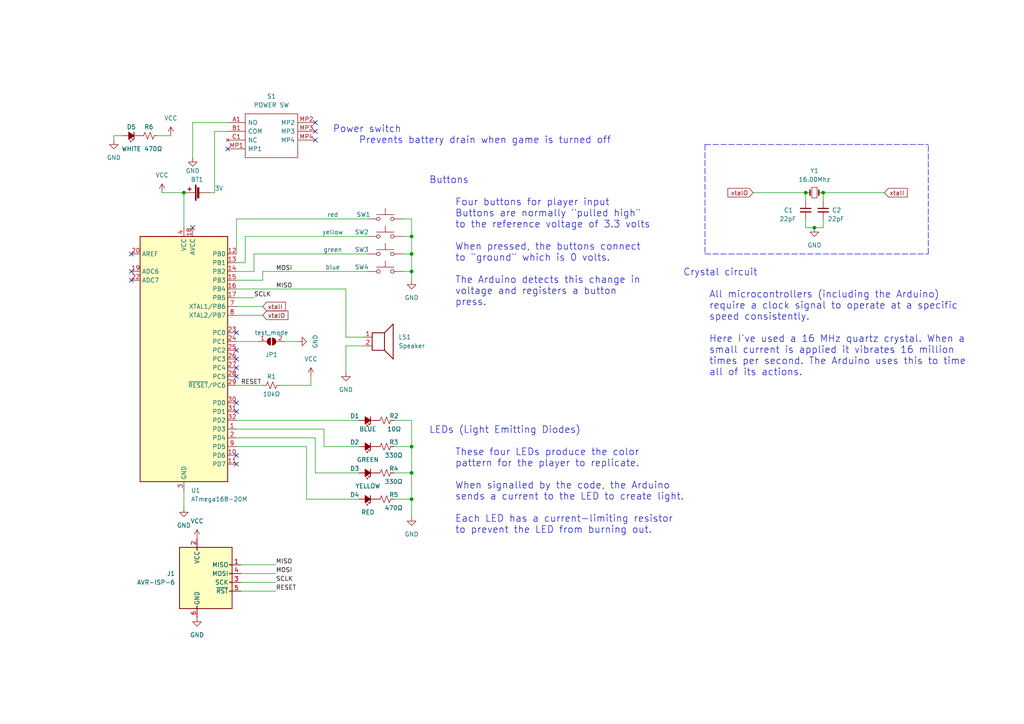
<source format=kicad_sch>
(kicad_sch (version 20211123) (generator eeschema)
  (paper "A4")
  (title_block (title "Simon Game") (date "2022-03-24") (company "by MIke Fischthal"))
  (lib_symbols
    (symbol "Connector:AVR-ISP-6" (pin_names (offset 1.016))
      (property "Reference" "J" (at -6.35 11.43 0))
      (property "Value" "AVR-ISP-6" (at 0 11.43 0))
      (symbol "AVR-ISP-6_0_1"
        (rectangle (start -2.667 -6.858) (end -2.413 -7.62))
        (rectangle (start -2.667 10.16) (end -2.413 9.398))
        (rectangle (start 7.62 -2.413) (end 6.858 -2.667))
        (rectangle (start 7.62 0.127) (end 6.858 -0.127))
        (rectangle (start 7.62 2.667) (end 6.858 2.413))
        (rectangle (start 7.62 5.207) (end 6.858 4.953))
        (rectangle (start 7.62 10.16) (end -7.62 -7.62) (stroke (width 0.254)) (fill (type background)))
      )
      (symbol "AVR-ISP-6_1_1"
        (pin passive line (at 10.16 5.08 180) (length 2.54) (name "MISO") (number "1"))
        (pin passive line (at -2.54 12.7 270) (length 2.54) (name "VCC") (number "2"))
        (pin passive line (at 10.16 0 180) (length 2.54) (name "SCK") (number "3"))
        (pin passive line (at 10.16 2.54 180) (length 2.54) (name "MOSI") (number "4"))
        (pin passive line (at 10.16 -2.54 180) (length 2.54) (name "~{RST}") (number "5"))
        (pin passive line (at -2.54 -10.16 90) (length 2.54) (name "GND") (number "6"))
      )
    )
    (symbol "Device:Battery_Cell" (pin_numbers hide) (pin_names (offset 0) hide)
      (property "Reference" "BT" (at 2.54 2.54 0))
      (property "Value" "Battery_Cell" (at 2.54 0 0))
      (symbol "Battery_Cell_0_1"
        (rectangle (start -2.286 1.778) (end 2.286 1.524) (fill (type outline)))
        (rectangle (start -1.5748 1.1938) (end 1.4732 0.6858) (fill (type outline)))
        (polyline (pts (xy 0 0.762) (xy 0 0)))
        (polyline (pts (xy 0 1.778) (xy 0 2.54)))
        (polyline (pts (xy 0.508 3.429) (xy 1.524 3.429)) (stroke (width 0.254)))
        (polyline (pts (xy 1.016 3.937) (xy 1.016 2.921)) (stroke (width 0.254)))
      )
      (symbol "Battery_Cell_1_1"
        (pin passive line (at 0 5.08 270) (length 2.54) (name "+") (number "1"))
        (pin passive line (at 0 -2.54 90) (length 2.54) (name "-") (number "2"))
      )
    )
    (symbol "Device:C_Small" (pin_numbers hide) (pin_names (offset 0.254) hide)
      (property "Reference" "C" (at 0.254 1.778 0))
      (property "Value" "C_Small" (at 0.254 -2.032 0))
      (symbol "C_Small_0_1"
        (polyline (pts (xy -1.524 -0.508) (xy 1.524 -0.508)) (stroke (width 0.3302)))
        (polyline (pts (xy -1.524 0.508) (xy 1.524 0.508)) (stroke (width 0.3048)))
      )
      (symbol "C_Small_1_1"
        (pin passive line (at 0 2.54 270) (length 2.032) (name "~") (number "1"))
        (pin passive line (at 0 -2.54 90) (length 2.032) (name "~") (number "2"))
      )
    )
    (symbol "Device:Crystal_Small" (pin_numbers hide) (pin_names (offset 1.016) hide)
      (property "Reference" "Y" (at 0 2.54 0))
      (property "Value" "Crystal_Small" (at 0 -2.54 0))
      (symbol "Crystal_Small_0_1"
        (rectangle (start -0.762 -1.524) (end 0.762 1.524))
        (polyline (pts (xy -1.27 -0.762) (xy -1.27 0.762)) (stroke (width 0.381)))
        (polyline (pts (xy 1.27 -0.762) (xy 1.27 0.762)) (stroke (width 0.381)))
      )
      (symbol "Crystal_Small_1_1"
        (pin passive line (at -2.54 0 0) (length 1.27) (name "1") (number "1"))
        (pin passive line (at 2.54 0 180) (length 1.27) (name "2") (number "2"))
      )
    )
    (symbol "Device:LED_Small_Filled" (pin_numbers hide) (pin_names (offset 0.254) hide)
      (property "Reference" "D" (at -1.27 3.175 0))
      (property "Value" "LED_Small_Filled" (at -4.445 -2.54 0))
      (symbol "LED_Small_Filled_0_1"
        (polyline (pts (xy -0.762 -1.016) (xy -0.762 1.016)) (stroke (width 0.254)))
        (polyline (pts (xy 1.016 0) (xy -0.762 0)))
        (polyline (pts (xy 0.762 -1.016) (xy -0.762 0) (xy 0.762 1.016) (xy 0.762 -1.016)) (stroke (width 0.254)) (fill (type outline)))
        (polyline (pts (xy 0 0.762) (xy -0.508 1.27) (xy -0.254 1.27) (xy -0.508 1.27) (xy -0.508 1.016)))
        (polyline (pts (xy 0.508 1.27) (xy 0 1.778) (xy 0.254 1.778) (xy 0 1.778) (xy 0 1.524)))
      )
      (symbol "LED_Small_Filled_1_1"
        (pin passive line (at -2.54 0 0) (length 1.778) (name "K") (number "1"))
        (pin passive line (at 2.54 0 180) (length 1.778) (name "A") (number "2"))
      )
    )
    (symbol "Device:R_Small_US" (pin_numbers hide) (pin_names (offset 0.254) hide)
      (property "Reference" "R" (at 0.762 0.508 0))
      (property "Value" "R_Small_US" (at 0.762 -1.016 0))
      (symbol "R_Small_US_1_1"
        (polyline (pts (xy 0 0) (xy 1.016 -0.381) (xy 0 -0.762) (xy -1.016 -1.143) (xy 0 -1.524)))
        (polyline (pts (xy 0 1.524) (xy 1.016 1.143) (xy 0 0.762) (xy -1.016 0.381) (xy 0 0)))
        (pin passive line (at 0 2.54 270) (length 1.016) (name "~") (number "1"))
        (pin passive line (at 0 -2.54 90) (length 1.016) (name "~") (number "2"))
      )
    )
    (symbol "Device:Speaker" (pin_names (offset 0) hide)
      (property "Reference" "LS" (at 1.27 5.715 0))
      (property "Value" "Speaker" (at 1.27 3.81 0))
      (symbol "Speaker_0_0"
        (rectangle (start -2.54 1.27) (end 1.016 -3.81) (stroke (width 0.254)))
        (polyline (pts (xy 1.016 1.27) (xy 3.556 3.81) (xy 3.556 -6.35) (xy 1.016 -3.81)) (stroke (width 0.254)))
      )
      (symbol "Speaker_1_1"
        (pin input line (at -5.08 0 0) (length 2.54) (name "1") (number "1"))
        (pin input line (at -5.08 -2.54 0) (length 2.54) (name "2") (number "2"))
      )
    )
    (symbol "Jumper:SolderJumper_2_Open" (pin_names (offset 0) hide)
      (property "Reference" "JP" (at 0 2.032 0))
      (property "Value" "SolderJumper_2_Open" (at 0 -2.54 0))
      (symbol "SolderJumper_2_Open_0_1"
        (arc (start -0.254 1.016) (mid -1.27 0) (end -0.254 -1.016))
        (arc (start -0.254 1.016) (mid -1.27 0) (end -0.254 -1.016) (fill (type outline)))
        (polyline (pts (xy -0.254 1.016) (xy -0.254 -1.016)))
        (polyline (pts (xy 0.254 1.016) (xy 0.254 -1.016)))
        (arc (start 0.254 -1.016) (mid 1.27 0) (end 0.254 1.016))
        (arc (start 0.254 -1.016) (mid 1.27 0) (end 0.254 1.016) (fill (type outline)))
      )
      (symbol "SolderJumper_2_Open_1_1"
        (pin passive line (at -3.81 0 0) (length 2.54) (name "A") (number "1"))
        (pin passive line (at 3.81 0 180) (length 2.54) (name "B") (number "2"))
      )
    )
    (symbol "MCU_Microchip_ATmega:ATmega168-20M"
      (property "Reference" "U" (at -12.7 36.83 0))
      (property "Value" "ATmega168-20M" (at 2.54 -36.83 0))
      (symbol "ATmega168-20M_0_1"
        (rectangle (start -12.7 -35.56) (end 12.7 35.56) (stroke (width 0.254)) (fill (type background)))
      )
      (symbol "ATmega168-20M_1_1"
        (pin bidirectional line (at 15.24 -20.32 180) (length 2.54) (name "PD3") (number "1"))
        (pin bidirectional line (at 15.24 -27.94 180) (length 2.54) (name "PD6") (number "10"))
        (pin bidirectional line (at 15.24 -30.48 180) (length 2.54) (name "PD7") (number "11"))
        (pin bidirectional line (at 15.24 30.48 180) (length 2.54) (name "PB0") (number "12"))
        (pin bidirectional line (at 15.24 27.94 180) (length 2.54) (name "PB1") (number "13"))
        (pin bidirectional line (at 15.24 25.4 180) (length 2.54) (name "PB2") (number "14"))
        (pin bidirectional line (at 15.24 22.86 180) (length 2.54) (name "PB3") (number "15"))
        (pin bidirectional line (at 15.24 20.32 180) (length 2.54) (name "PB4") (number "16"))
        (pin bidirectional line (at 15.24 17.78 180) (length 2.54) (name "PB5") (number "17"))
        (pin power_in line (at 2.54 38.1 270) (length 2.54) (name "AVCC") (number "18"))
        (pin input line (at -15.24 25.4 0) (length 2.54) (name "ADC6") (number "19"))
        (pin bidirectional line (at 15.24 -22.86 180) (length 2.54) (name "PD4") (number "2"))
        (pin passive line (at -15.24 30.48 0) (length 2.54) (name "AREF") (number "20"))
        (pin passive line (at 0 -38.1 90) (length 2.54) hide (name "GND") (number "21"))
        (pin input line (at -15.24 22.86 0) (length 2.54) (name "ADC7") (number "22"))
        (pin bidirectional line (at 15.24 7.62 180) (length 2.54) (name "PC0") (number "23"))
        (pin bidirectional line (at 15.24 5.08 180) (length 2.54) (name "PC1") (number "24"))
        (pin bidirectional line (at 15.24 2.54 180) (length 2.54) (name "PC2") (number "25"))
        (pin bidirectional line (at 15.24 0 180) (length 2.54) (name "PC3") (number "26"))
        (pin bidirectional line (at 15.24 -2.54 180) (length 2.54) (name "PC4") (number "27"))
        (pin bidirectional line (at 15.24 -5.08 180) (length 2.54) (name "PC5") (number "28"))
        (pin bidirectional line (at 15.24 -7.62 180) (length 2.54) (name "~{RESET}/PC6") (number "29"))
        (pin power_in line (at 0 -38.1 90) (length 2.54) (name "GND") (number "3"))
        (pin bidirectional line (at 15.24 -12.7 180) (length 2.54) (name "PD0") (number "30"))
        (pin bidirectional line (at 15.24 -15.24 180) (length 2.54) (name "PD1") (number "31"))
        (pin bidirectional line (at 15.24 -17.78 180) (length 2.54) (name "PD2") (number "32"))
        (pin passive line (at 0 -38.1 90) (length 2.54) hide (name "GND") (number "33"))
        (pin power_in line (at 0 38.1 270) (length 2.54) (name "VCC") (number "4"))
        (pin passive line (at 0 -38.1 90) (length 2.54) hide (name "GND") (number "5"))
        (pin passive line (at 0 38.1 270) (length 2.54) hide (name "VCC") (number "6"))
        (pin bidirectional line (at 15.24 15.24 180) (length 2.54) (name "XTAL1/PB6") (number "7"))
        (pin bidirectional line (at 15.24 12.7 180) (length 2.54) (name "XTAL2/PB7") (number "8"))
        (pin bidirectional line (at 15.24 -25.4 180) (length 2.54) (name "PD5") (number "9"))
      )
    )
    (symbol "SW_Push_1" (pin_numbers hide) (pin_names (offset 1.016) hide)
      (property "Reference" "SW1" (at -6.35 1.27 0))
      (property "Value" "SW_Push_1" (at -15.24 1.27 0))
      (symbol "SW_Push_1_0_1"
        (circle (center -2.032 0) (radius 0.508))
        (polyline (pts (xy 0 1.27) (xy 0 3.048)))
        (polyline (pts (xy 2.54 1.27) (xy -2.54 1.27)))
        (circle (center 2.032 0) (radius 0.508))
        (pin passive line (at -5.08 0 0) (length 2.54) (name "1") (number "1"))
        (pin passive line (at 5.08 0 180) (length 2.54) (name "2") (number "4"))
      )
    )
    (symbol "SW_Push_2" (pin_numbers hide) (pin_names (offset 1.016) hide)
      (property "Reference" "SW2" (at -8.89 1.27 0))
      (property "Value" "SW_Push_2" (at -15.24 -3.81 0))
      (symbol "SW_Push_2_0_1"
        (circle (center -2.032 0) (radius 0.508))
        (polyline (pts (xy 0 1.27) (xy 0 3.048)))
        (polyline (pts (xy 2.54 1.27) (xy -2.54 1.27)))
        (circle (center 2.032 0) (radius 0.508))
        (pin passive line (at -5.08 0 0) (length 2.54) (name "1") (number "1"))
        (pin passive line (at 5.08 0 180) (length 2.54) (name "2") (number "4"))
      )
    )
    (symbol "SW_Push_3" (pin_numbers hide) (pin_names (offset 1.016) hide)
      (property "Reference" "SW3" (at -8.89 1.27 0))
      (property "Value" "SW_Push_3" (at -15.24 6.35 0))
      (symbol "SW_Push_3_0_1"
        (circle (center -2.032 0) (radius 0.508))
        (polyline (pts (xy 0 1.27) (xy 0 3.048)))
        (polyline (pts (xy 2.54 1.27) (xy -2.54 1.27)))
        (circle (center 2.032 0) (radius 0.508))
        (pin passive line (at -5.08 0 0) (length 2.54) (name "1") (number "1"))
        (pin passive line (at 5.08 0 180) (length 2.54) (name "2") (number "4"))
      )
    )
    (symbol "SamacSys_Parts:MSS3-V-T_R" (pin_names (offset 0.762))
      (property "Reference" "S" (at 21.59 7.62 0))
      (property "Value" "MSS3-V-T_R" (at 21.59 5.08 0))
      (symbol "MSS3-V-T_R_0_0"
        (pin passive line (at 0 0 0) (length 5.08) (name "NO") (number "A1"))
        (pin passive line (at 0 -2.54 0) (length 5.08) (name "COM") (number "B1"))
        (pin no_connect line (at 0 -5.08 0) (length 5.08) (name "NC") (number "C1"))
        (pin passive line (at 0 -7.62 0) (length 5.08) (name "MP1") (number "MP1"))
        (pin passive line (at 25.4 0 180) (length 5.08) (name "MP2") (number "MP2"))
        (pin passive line (at 25.4 -2.54 180) (length 5.08) (name "MP3") (number "MP3"))
        (pin passive line (at 25.4 -5.08 180) (length 5.08) (name "MP4") (number "MP4"))
      )
      (symbol "MSS3-V-T_R_0_1"
        (polyline (pts (xy 5.08 2.54) (xy 20.32 2.54) (xy 20.32 -10.16) (xy 5.08 -10.16) (xy 5.08 2.54)) (stroke (width 0.1524)))
      )
    )
    (symbol "Switch:SW_Push" (pin_numbers hide) (pin_names (offset 1.016) hide)
      (property "Reference" "SW4" (at -8.89 1.27 0))
      (property "Value" "blue" (at -15.24 1.27 0))
      (symbol "SW_Push_0_1"
        (circle (center -2.032 0) (radius 0.508))
        (polyline (pts (xy 0 1.27) (xy 0 3.048)))
        (polyline (pts (xy 2.54 1.27) (xy -2.54 1.27)))
        (circle (center 2.032 0) (radius 0.508))
        (pin passive line (at -5.08 0 0) (length 2.54) (name "1") (number "1"))
        (pin passive line (at 5.08 0 180) (length 2.54) (name "2") (number "4"))
      )
    )
    (symbol "power:GND" (power) (pin_names (offset 0))
      (property "Value" "GND" (at 0 -3.81 0))
      (symbol "GND_0_1"
        (polyline (pts (xy 0 0) (xy 0 -1.27) (xy 1.27 -1.27) (xy 0 -2.54) (xy -1.27 -1.27) (xy 0 -1.27)))
      )
      (symbol "GND_1_1"
        (pin power_in line (at 0 0 270) (length 0) hide (name "GND") (number "1"))
      )
    )
    (symbol "power:VCC" (power) (pin_names (offset 0))
      (property "Value" "VCC" (at 0 3.81 0))
      (symbol "VCC_0_1"
        (polyline (pts (xy -0.762 1.27) (xy 0 2.54)))
        (polyline (pts (xy 0 0) (xy 0 2.54)))
        (polyline (pts (xy 0 2.54) (xy 0.762 1.27)))
      )
      (symbol "VCC_1_1"
        (pin power_in line (at 0 0 90) (length 0) hide (name "VCC") (number "1"))
      )
    )
  )
  (junction (at 119.38 144.78))
  (junction (at 238.76 55.88))
  (junction (at 233.68 55.88))
  (junction (at 53.34 55.88))
  (junction (at 119.38 137.16))
  (junction (at 119.38 73.66))
  (junction (at 119.38 129.54))
  (junction (at 119.38 78.74))
  (junction (at 236.22 66.04))
  (junction (at 119.38 68.58))
  (no_connect (at 91.44 35.56))
  (no_connect (at 91.44 38.1))
  (no_connect (at 91.44 40.64))
  (no_connect (at 66.04 43.18))
  (no_connect (at 68.58 132.08))
  (no_connect (at 68.58 104.14))
  (no_connect (at 68.58 106.68))
  (no_connect (at 68.58 109.22))
  (no_connect (at 68.58 116.84))
  (no_connect (at 68.58 119.38))
  (no_connect (at 68.58 134.62))
  (no_connect (at 38.1 78.74))
  (no_connect (at 38.1 81.28))
  (no_connect (at 55.88 66.04))
  (no_connect (at 68.58 96.52))
  (no_connect (at 38.1 73.66))
  (no_connect (at 68.58 101.6))
  (wire (pts (xy 68.58 111.76) (xy 76.2 111.76)))
  (wire (pts (xy 93.98 124.46) (xy 93.98 129.54)))
  (wire (pts (xy 68.58 124.46) (xy 93.98 124.46)))
  (wire (pts (xy 91.44 137.16) (xy 104.14 137.16)))
  (wire (pts (xy 233.68 55.88) (xy 233.68 58.42)))
  (wire (pts (xy 116.84 73.66) (xy 119.38 73.66)))
  (wire (pts (xy 91.44 127) (xy 91.44 137.16)))
  (wire (pts (xy 119.38 78.74) (xy 119.38 81.28)))
  (wire (pts (xy 82.55 99.06) (xy 86.36 99.06)))
  (wire (pts (xy 73.66 73.66) (xy 73.66 78.74)))
  (wire (pts (xy 69.85 166.37) (xy 80.01 166.37)))
  (polyline (pts (xy 204.47 41.91) (xy 204.47 73.66)))
  (wire (pts (xy 53.34 55.88) (xy 53.34 66.04)))
  (wire (pts (xy 71.12 68.58) (xy 71.12 76.2)))
  (wire (pts (xy 46.99 55.88) (xy 53.34 55.88)))
  (wire (pts (xy 119.38 68.58) (xy 119.38 73.66)))
  (wire (pts (xy 106.68 63.5) (xy 68.58 63.5)))
  (wire (pts (xy 116.84 68.58) (xy 119.38 68.58)))
  (wire (pts (xy 53.34 142.24) (xy 53.34 147.32)))
  (wire (pts (xy 69.85 171.45) (xy 80.01 171.45)))
  (wire (pts (xy 119.38 137.16) (xy 119.38 144.78)))
  (wire (pts (xy 68.58 121.92) (xy 104.14 121.92)))
  (wire (pts (xy 68.58 88.9) (xy 76.2 88.9)))
  (wire (pts (xy 119.38 121.92) (xy 119.38 129.54)))
  (wire (pts (xy 119.38 144.78) (xy 119.38 149.86)))
  (wire (pts (xy 69.85 168.91) (xy 80.01 168.91)))
  (wire (pts (xy 233.68 55.88) (xy 218.44 55.88)))
  (wire (pts (xy 76.2 78.74) (xy 76.2 81.28)))
  (wire (pts (xy 114.3 129.54) (xy 119.38 129.54)))
  (wire (pts (xy 60.96 55.88) (xy 62.23 55.88)))
  (polyline (pts (xy 204.47 73.66) (xy 269.24 73.66)))
  (polyline (pts (xy 269.24 73.66) (xy 269.24 41.91)))
  (wire (pts (xy 81.28 111.76) (xy 90.17 111.76)))
  (wire (pts (xy 66.04 38.1) (xy 62.23 38.1)))
  (wire (pts (xy 236.22 66.04) (xy 238.76 66.04)))
  (wire (pts (xy 68.58 129.54) (xy 88.9 129.54)))
  (wire (pts (xy 233.68 63.5) (xy 233.68 66.04)))
  (wire (pts (xy 106.68 78.74) (xy 76.2 78.74)))
  (wire (pts (xy 88.9 129.54) (xy 88.9 144.78)))
  (wire (pts (xy 238.76 55.88) (xy 238.76 58.42)))
  (wire (pts (xy 100.33 83.82) (xy 100.33 97.79)))
  (wire (pts (xy 238.76 63.5) (xy 238.76 66.04)))
  (wire (pts (xy 73.66 78.74) (xy 68.58 78.74)))
  (wire (pts (xy 69.85 163.83) (xy 80.01 163.83)))
  (wire (pts (xy 119.38 129.54) (xy 119.38 137.16)))
  (wire (pts (xy 114.3 137.16) (xy 119.38 137.16)))
  (wire (pts (xy 62.23 38.1) (xy 62.23 55.88)))
  (wire (pts (xy 100.33 97.79) (xy 105.41 97.79)))
  (wire (pts (xy 88.9 144.78) (xy 104.14 144.78)))
  (wire (pts (xy 93.98 129.54) (xy 104.14 129.54)))
  (wire (pts (xy 116.84 63.5) (xy 119.38 63.5)))
  (wire (pts (xy 90.17 109.22) (xy 90.17 111.76)))
  (wire (pts (xy 119.38 73.66) (xy 119.38 78.74)))
  (wire (pts (xy 55.88 35.56) (xy 55.88 45.72)))
  (wire (pts (xy 76.2 81.28) (xy 68.58 81.28)))
  (wire (pts (xy 105.41 100.33) (xy 100.33 100.33)))
  (wire (pts (xy 68.58 127) (xy 91.44 127)))
  (wire (pts (xy 66.04 35.56) (xy 55.88 35.56)))
  (wire (pts (xy 76.2 91.44) (xy 68.58 91.44)))
  (wire (pts (xy 114.3 121.92) (xy 119.38 121.92)))
  (wire (pts (xy 106.68 73.66) (xy 73.66 73.66)))
  (wire (pts (xy 106.68 68.58) (xy 71.12 68.58)))
  (polyline (pts (xy 204.47 41.91) (xy 269.24 41.91)))
  (wire (pts (xy 233.68 66.04) (xy 236.22 66.04)))
  (wire (pts (xy 238.76 55.88) (xy 256.54 55.88)))
  (wire (pts (xy 35.56 39.37) (xy 33.02 39.37)))
  (wire (pts (xy 100.33 100.33) (xy 100.33 107.95)))
  (wire (pts (xy 116.84 78.74) (xy 119.38 78.74)))
  (wire (pts (xy 114.3 144.78) (xy 119.38 144.78)))
  (wire (pts (xy 68.58 86.36) (xy 73.66 86.36)))
  (wire (pts (xy 68.58 83.82) (xy 100.33 83.82)))
  (wire (pts (xy 71.12 76.2) (xy 68.58 76.2)))
  (wire (pts (xy 68.58 63.5) (xy 68.58 73.66)))
  (wire (pts (xy 45.72 39.37) (xy 49.53 39.37)))
  (wire (pts (xy 33.02 39.37) (xy 33.02 40.64)))
  (wire (pts (xy 119.38 63.5) (xy 119.38 68.58)))
  (wire (pts (xy 68.58 99.06) (xy 74.93 99.06)))
  (text "Buttons\n\n	Four buttons for player input\n	Buttons are normally \"pulled high\"\n	to the reference voltage of 3.3 volts\n\n	When pressed, the buttons connect\n	to \"ground\" which is 0 volts.\n\n	The Arduino detects this change in \n	voltage and registers a button\n	press." (at 124.46 88.9 0) (effects (font (size 2 2)) (justify left bottom)))
  (text "LEDs (Light Emitting Diodes)\n\n	These four LEDs produce the color\n	pattern for the player to replicate.\n	\n	When signalled by the code, the Arduino\n	sends a current to the LED to create light.\n\n	Each LED has a current-limiting resistor\n	to prevent the LED from burning out." (at 124.46 154.94 0) (effects (font (size 2 2)) (justify left bottom)))
  (text "Power switch\n	Prevents battery drain when game is turned off" (at 96.52 41.91 0) (effects (font (size 2 2)) (justify left bottom)))
  (text "Crystal circuit\n	\n	All microcontrollers (including the Arduino)\n	require a clock signal to operate at a specific\n	speed consistently. \n\n	Here I've used a 16 MHz quartz crystal. When a \n	small current is applied it vibrates 16 million \n	times per second. The Arduino uses this to time \n	all of its actions." (at 198.12 109.22 0) (effects (font (size 2 2)) (justify left bottom)))
  (label "MISO" (at 80.01 163.83 0))
  (label "MOSI" (at 80.01 78.74 0))
  (label "SCLK" (at 73.66 86.36 0))
  (label "MOSI" (at 80.01 166.37 0))
  (label "SCLK" (at 80.01 168.91 0))
  (label "RESET" (at 80.01 171.45 0))
  (label "RESET" (at 69.85 111.76 0))
  (label "MISO" (at 80.01 83.82 0))
  (global_label "xtalO" (shape input) (at 218.44 55.88 180) (property "Intersheet References" "${INTERSHEET_REFS}" (effects hide)))
  (global_label "xtalO" (shape input) (at 76.2 91.44 0) (property "Intersheet References" "${INTERSHEET_REFS}" (effects hide)))
  (global_label "xtalI" (shape input) (at 76.2 88.9 0) (property "Intersheet References" "${INTERSHEET_REFS}" (effects hide)))
  (global_label "xtalI" (shape input) (at 256.54 55.88 0) (property "Intersheet References" "${INTERSHEET_REFS}" (effects hide)))
  (symbol (lib_id "Device:Crystal_Small") (at 236.22 55.88 0) (unit 1)
    (property "Reference" "Y1" (at 236.22 49.53 0))
    (property "Value" "16.00Mhz" (at 236.22 52.07 0))
    (property "Footprint" "Crystal:Crystal_SMD_HC49-SD_HandSoldering" (effects hide))
  )
  (symbol (lib_name "SW_Push_3") (lib_id "Switch:SW_Push") (at 111.76 73.66 0) (unit 1)
    (property "Reference" "SW3" (at 102.87 72.39 0) (effects (justify left)))
    (property "Value" "green" (at 96.52 72.39 0))
    (property "Footprint" "SamacSys_Parts:FSM4JSMATR" (effects hide))
  )
  (symbol (lib_id "Connector:AVR-ISP-6") (at 59.69 168.91 0) (unit 1)
    (property "Reference" "J1" (at 50.8 166.3699 0) (effects (justify right)))
    (property "Value" "AVR-ISP-6" (at 50.8 168.9099 0) (effects (justify right)))
    (property "Footprint" "Connector_PinHeader_2.54mm:PinHeader_2x03_P2.54mm_Horizontal" (effects hide))
    (property "Datasheet" " ~" (effects hide))
  )
  (symbol (lib_id "Device:LED_Small_Filled") (at 106.68 129.54 180) (unit 1)
    (property "Reference" "D2" (at 102.87 128.27 0))
    (property "Value" "GREEN" (at 106.68 133.35 0))
    (property "Footprint" "LED_SMD:LED_1206_3216Metric_Pad1.42x1.75mm_HandSolder" (effects hide))
  )
  (symbol (lib_id "Device:LED_Small_Filled") (at 106.68 144.78 180) (unit 1)
    (property "Reference" "D4" (at 102.87 143.51 0))
    (property "Value" "RED" (at 106.68 148.59 0))
    (property "Footprint" "LED_SMD:LED_1206_3216Metric_Pad1.42x1.75mm_HandSolder" (effects hide))
  )
  (symbol (lib_id "Device:C_Small") (at 233.68 60.96 0) (unit 1)
    (property "Reference" "C1" (at 227.33 60.96 0) (effects (justify left)))
    (property "Value" "22pF" (at 226.06 63.5 0) (effects (justify left)))
    (property "Footprint" "Capacitor_SMD:C_1206_3216Metric_Pad1.33x1.80mm_HandSolder" (effects hide))
  )
  (symbol (lib_id "power:VCC") (at 46.99 55.88 0) (unit 1)
    (property "Reference" "#PWR0101" (effects hide))
    (property "Value" "VCC" (at 46.99 50.8 0))
  )
  (symbol (lib_id "Jumper:SolderJumper_2_Open") (at 78.74 99.06 0) (unit 1)
    (property "Reference" "JP1" (at 78.74 102.87 0))
    (property "Value" "test_mode" (at 78.74 96.52 0))
    (property "Footprint" "Jumper:SolderJumper-2_P1.3mm_Open_Pad1.0x1.5mm" (effects hide))
  )
  (symbol (lib_id "Device:LED_Small_Filled") (at 106.68 137.16 180) (unit 1)
    (property "Reference" "D3" (at 102.87 135.89 0))
    (property "Value" "YELLOW" (at 106.68 140.97 0))
    (property "Footprint" "LED_SMD:LED_1206_3216Metric_Pad1.42x1.75mm_HandSolder" (effects hide))
  )
  (symbol (lib_id "power:VCC") (at 57.15 156.21 0) (unit 1)
    (property "Reference" "#PWR0103" (effects hide))
    (property "Value" "VCC" (at 57.15 151.13 0))
  )
  (symbol (lib_id "power:GND") (at 100.33 107.95 0) (unit 1)
    (property "Reference" "#PWR06" (effects hide))
    (property "Value" "GND" (at 100.33 113.03 0))
  )
  (symbol (lib_id "MCU_Microchip_ATmega:ATmega168-20M") (at 53.34 104.14 0) (unit 1)
    (property "Reference" "U1" (at 55.3594 142.24 0) (effects (justify left)))
    (property "Value" "ATmega168-20M" (at 55.3594 144.78 0) (effects (justify left)))
    (property "Footprint" "Package_DFN_QFN:QFN-32-1EP_5x5mm_P0.5mm_EP3.1x3.1mm" (effects hide))
    (property "Datasheet" "http://ww1.microchip.com/downloads/en/DeviceDoc/Atmel-2545-8-bit-AVR-Microcontroller-ATmega48-88-168_Datasheet.pdf" (effects hide))
  )
  (symbol (lib_id "power:GND") (at 119.38 149.86 0) (unit 1)
    (property "Reference" "#PWR03" (effects hide))
    (property "Value" "GND" (at 119.38 154.94 0))
  )
  (symbol (lib_id "power:GND") (at 33.02 40.64 0) (unit 1)
    (property "Reference" "#PWR08" (effects hide))
    (property "Value" "GND" (at 33.02 45.72 0))
  )
  (symbol (lib_id "Device:LED_Small_Filled") (at 38.1 39.37 180) (unit 1)
    (property "Reference" "D5" (at 38.1 36.83 0))
    (property "Value" "WHITE" (at 38.1 43.18 0))
    (property "Footprint" "LED_SMD:LED_1206_3216Metric_Pad1.42x1.75mm_HandSolder" (effects hide))
  )
  (symbol (lib_id "power:GND") (at 86.36 99.06 90) (unit 1)
    (property "Reference" "#PWR010" (effects hide))
    (property "Value" "GND" (at 91.44 99.06 0))
  )
  (symbol (lib_id "Device:R_Small_US") (at 111.76 144.78 90) (unit 1)
    (property "Reference" "R5" (at 115.57 143.51 90) (effects (justify left)))
    (property "Value" "470Ω" (at 116.84 147.32 90) (effects (justify left)))
    (property "Footprint" "Resistor_SMD:R_1206_3216Metric_Pad1.30x1.75mm_HandSolder" (effects hide))
  )
  (symbol (lib_id "SamacSys_Parts:MSS3-V-T_R") (at 66.04 35.56 0) (unit 1)
    (property "Reference" "S1" (at 78.74 27.94 0))
    (property "Value" "POWER SW" (at 78.74 30.48 0))
    (property "Footprint" "SamacSys_Parts:MSS3VTR" (effects hide))
    (property "Datasheet" "http://www.dip.com.tw/en/en-product-information/en-switch005/item/download/2643_3624e6da26abd0f9c3465d69564276ea" (effects hide))
    (property "Description" "Slide Switches Slide Type 1P2T (1.4mm height)" (effects hide))
    (property "Height" "1.4" (effects hide))
    (property "Mouser Part Number" "113-MSS3-V-T/R" (effects hide))
    (property "Mouser Price/Stock" "https://www.mouser.co.uk/ProductDetail/Diptronics/MSS3-V-T-R?qs=gTYE2QTfZfRmNWRHol8f8A%3D%3D" (effects hide))
    (property "Manufacturer_Name" "Diptronics" (effects hide))
    (property "Manufacturer_Part_Number" "MSS3-V-T/R" (effects hide))
  )
  (symbol (lib_id "power:GND") (at 57.15 179.07 0) (unit 1)
    (property "Reference" "#PWR0102" (effects hide))
    (property "Value" "GND" (at 57.15 184.15 0))
  )
  (symbol (lib_id "power:GND") (at 236.22 66.04 0) (unit 1)
    (property "Reference" "#PWR07" (effects hide))
    (property "Value" "GND" (at 236.22 71.12 0))
  )
  (symbol (lib_id "Device:R_Small_US") (at 43.18 39.37 270) (unit 1)
    (property "Reference" "R6" (at 43.18 36.83 90))
    (property "Value" "470Ω" (at 44.45 43.18 90))
    (property "Footprint" "Resistor_SMD:R_1206_3216Metric_Pad1.30x1.75mm_HandSolder" (effects hide))
  )
  (symbol (lib_id "Device:Speaker") (at 110.49 97.79 0) (unit 1)
    (property "Reference" "LS1" (at 115.57 97.7899 0) (effects (justify left)))
    (property "Value" "Speaker" (at 115.57 100.3299 0) (effects (justify left)))
    (property "Footprint" "SamacSys_Parts:CPT111783SMTTR" (effects hide))
  )
  (symbol (lib_id "power:VCC") (at 49.53 39.37 0) (unit 1)
    (property "Reference" "#PWR09" (effects hide))
    (property "Value" "VCC" (at 49.53 34.29 0))
  )
  (symbol (lib_id "Device:R_Small_US") (at 78.74 111.76 270) (unit 1)
    (property "Reference" "R1" (at 78.74 109.22 90))
    (property "Value" "10kΩ" (at 78.74 114.3 90))
    (property "Footprint" "Resistor_SMD:R_1206_3216Metric_Pad1.30x1.75mm_HandSolder" (effects hide))
  )
  (symbol (lib_id "Device:R_Small_US") (at 111.76 137.16 90) (unit 1)
    (property "Reference" "R4" (at 115.57 135.89 90) (effects (justify left)))
    (property "Value" "330Ω" (at 116.84 139.7 90) (effects (justify left)))
    (property "Footprint" "Resistor_SMD:R_1206_3216Metric_Pad1.30x1.75mm_HandSolder" (effects hide))
  )
  (symbol (lib_id "power:GND") (at 53.34 147.32 0) (unit 1)
    (property "Reference" "#PWR02" (effects hide))
    (property "Value" "GND" (at 53.34 152.4 0))
  )
  (symbol (lib_id "Device:C_Small") (at 238.76 60.96 0) (unit 1)
    (property "Reference" "C2" (at 241.3 60.96 0) (effects (justify left)))
    (property "Value" "22pF" (at 240.03 63.5 0) (effects (justify left)))
    (property "Footprint" "Capacitor_SMD:C_1206_3216Metric_Pad1.33x1.80mm_HandSolder" (effects hide))
  )
  (symbol (lib_id "Device:R_Small_US") (at 111.76 129.54 90) (unit 1)
    (property "Reference" "R3" (at 115.57 128.27 90) (effects (justify left)))
    (property "Value" "330Ω" (at 116.84 132.08 90) (effects (justify left)))
    (property "Footprint" "Resistor_SMD:R_1206_3216Metric_Pad1.30x1.75mm_HandSolder" (effects hide))
  )
  (symbol (lib_id "Device:LED_Small_Filled") (at 106.68 121.92 180) (unit 1)
    (property "Reference" "D1" (at 102.87 120.65 0))
    (property "Value" "BLUE" (at 106.68 124.46 0))
    (property "Footprint" "LED_SMD:LED_1206_3216Metric_Pad1.42x1.75mm_HandSolder" (effects hide))
  )
  (symbol (lib_id "Device:Battery_Cell") (at 58.42 55.88 90) (unit 1)
    (property "Reference" "BT1" (at 57.15 52.07 90))
    (property "Value" "3V" (at 63.5 54.61 90))
    (property "Footprint" "SamacSys_Parts:SMTU2032LF" (effects hide))
  )
  (symbol (lib_id "Device:R_Small_US") (at 111.76 121.92 270) (unit 1)
    (property "Reference" "R2" (at 114.3 120.65 90))
    (property "Value" "10Ω" (at 114.3 124.46 90))
    (property "Footprint" "Resistor_SMD:R_1206_3216Metric_Pad1.30x1.75mm_HandSolder" (effects hide))
  )
  (symbol (lib_id "power:GND") (at 119.38 81.28 0) (unit 1)
    (property "Reference" "#PWR05" (effects hide))
    (property "Value" "GND" (at 119.38 86.36 0))
  )
  (symbol (lib_id "power:GND") (at 55.88 45.72 0) (unit 1)
    (property "Reference" "#PWR01" (effects hide))
    (property "Value" "GND" (at 55.88 49.53 0))
  )
  (symbol (lib_id "power:VCC") (at 90.17 109.22 0) (unit 1)
    (property "Reference" "#PWR04" (effects hide))
    (property "Value" "VCC" (at 90.17 104.14 0))
  )
  (symbol (lib_id "Switch:SW_Push") (at 111.76 78.74 0) (unit 1)
    (property "Reference" "SW4" (at 102.87 77.47 0) (effects (justify left)))
    (property "Value" "blue" (at 96.52 77.47 0))
    (property "Footprint" "SamacSys_Parts:FSM4JSMATR" (effects hide))
  )
  (symbol (lib_name "SW_Push_1") (lib_id "Switch:SW_Push") (at 111.76 63.5 0) (unit 1)
    (property "Reference" "SW1" (at 105.41 62.23 0))
    (property "Value" "red" (at 96.52 62.23 0))
    (property "Footprint" "SamacSys_Parts:FSM4JSMATR" (effects hide))
  )
  (symbol (lib_name "SW_Push_2") (lib_id "Switch:SW_Push") (at 111.76 68.58 0) (unit 1)
    (property "Reference" "SW2" (at 102.87 67.31 0) (effects (justify left)))
    (property "Value" "yellow" (at 96.52 67.31 0))
    (property "Footprint" "SamacSys_Parts:FSM4JSMATR" (effects hide))
  )
)
</source>
